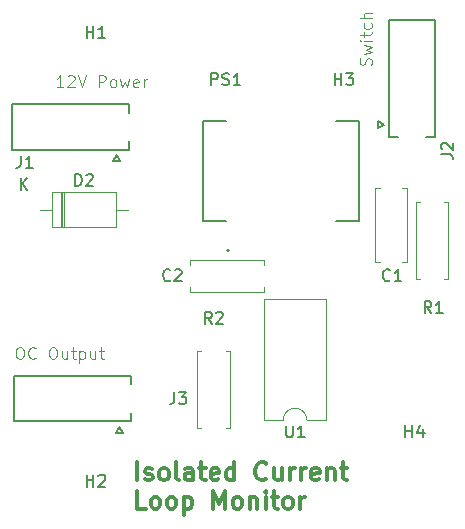
<source format=gto>
%TF.GenerationSoftware,KiCad,Pcbnew,8.0.0-8.0.0-1~ubuntu22.04.1*%
%TF.CreationDate,2024-03-16T22:32:17-06:00*%
%TF.ProjectId,Isolated_Current_Loop_Monitor,49736f6c-6174-4656-945f-43757272656e,rev?*%
%TF.SameCoordinates,Original*%
%TF.FileFunction,Legend,Top*%
%TF.FilePolarity,Positive*%
%FSLAX46Y46*%
G04 Gerber Fmt 4.6, Leading zero omitted, Abs format (unit mm)*
G04 Created by KiCad (PCBNEW 8.0.0-8.0.0-1~ubuntu22.04.1) date 2024-03-16 22:32:17*
%MOMM*%
%LPD*%
G01*
G04 APERTURE LIST*
%ADD10C,0.100000*%
%ADD11C,0.300000*%
%ADD12C,0.150000*%
%ADD13C,0.120000*%
%ADD14C,0.127000*%
%ADD15C,0.200000*%
G04 APERTURE END LIST*
D10*
X115494360Y-104634919D02*
X115684836Y-104634919D01*
X115684836Y-104634919D02*
X115780074Y-104682538D01*
X115780074Y-104682538D02*
X115875312Y-104777776D01*
X115875312Y-104777776D02*
X115922931Y-104968252D01*
X115922931Y-104968252D02*
X115922931Y-105301585D01*
X115922931Y-105301585D02*
X115875312Y-105492061D01*
X115875312Y-105492061D02*
X115780074Y-105587300D01*
X115780074Y-105587300D02*
X115684836Y-105634919D01*
X115684836Y-105634919D02*
X115494360Y-105634919D01*
X115494360Y-105634919D02*
X115399122Y-105587300D01*
X115399122Y-105587300D02*
X115303884Y-105492061D01*
X115303884Y-105492061D02*
X115256265Y-105301585D01*
X115256265Y-105301585D02*
X115256265Y-104968252D01*
X115256265Y-104968252D02*
X115303884Y-104777776D01*
X115303884Y-104777776D02*
X115399122Y-104682538D01*
X115399122Y-104682538D02*
X115494360Y-104634919D01*
X116922931Y-105539680D02*
X116875312Y-105587300D01*
X116875312Y-105587300D02*
X116732455Y-105634919D01*
X116732455Y-105634919D02*
X116637217Y-105634919D01*
X116637217Y-105634919D02*
X116494360Y-105587300D01*
X116494360Y-105587300D02*
X116399122Y-105492061D01*
X116399122Y-105492061D02*
X116351503Y-105396823D01*
X116351503Y-105396823D02*
X116303884Y-105206347D01*
X116303884Y-105206347D02*
X116303884Y-105063490D01*
X116303884Y-105063490D02*
X116351503Y-104873014D01*
X116351503Y-104873014D02*
X116399122Y-104777776D01*
X116399122Y-104777776D02*
X116494360Y-104682538D01*
X116494360Y-104682538D02*
X116637217Y-104634919D01*
X116637217Y-104634919D02*
X116732455Y-104634919D01*
X116732455Y-104634919D02*
X116875312Y-104682538D01*
X116875312Y-104682538D02*
X116922931Y-104730157D01*
X118303884Y-104634919D02*
X118494360Y-104634919D01*
X118494360Y-104634919D02*
X118589598Y-104682538D01*
X118589598Y-104682538D02*
X118684836Y-104777776D01*
X118684836Y-104777776D02*
X118732455Y-104968252D01*
X118732455Y-104968252D02*
X118732455Y-105301585D01*
X118732455Y-105301585D02*
X118684836Y-105492061D01*
X118684836Y-105492061D02*
X118589598Y-105587300D01*
X118589598Y-105587300D02*
X118494360Y-105634919D01*
X118494360Y-105634919D02*
X118303884Y-105634919D01*
X118303884Y-105634919D02*
X118208646Y-105587300D01*
X118208646Y-105587300D02*
X118113408Y-105492061D01*
X118113408Y-105492061D02*
X118065789Y-105301585D01*
X118065789Y-105301585D02*
X118065789Y-104968252D01*
X118065789Y-104968252D02*
X118113408Y-104777776D01*
X118113408Y-104777776D02*
X118208646Y-104682538D01*
X118208646Y-104682538D02*
X118303884Y-104634919D01*
X119589598Y-104968252D02*
X119589598Y-105634919D01*
X119161027Y-104968252D02*
X119161027Y-105492061D01*
X119161027Y-105492061D02*
X119208646Y-105587300D01*
X119208646Y-105587300D02*
X119303884Y-105634919D01*
X119303884Y-105634919D02*
X119446741Y-105634919D01*
X119446741Y-105634919D02*
X119541979Y-105587300D01*
X119541979Y-105587300D02*
X119589598Y-105539680D01*
X119922932Y-104968252D02*
X120303884Y-104968252D01*
X120065789Y-104634919D02*
X120065789Y-105492061D01*
X120065789Y-105492061D02*
X120113408Y-105587300D01*
X120113408Y-105587300D02*
X120208646Y-105634919D01*
X120208646Y-105634919D02*
X120303884Y-105634919D01*
X120637218Y-104968252D02*
X120637218Y-105968252D01*
X120637218Y-105015871D02*
X120732456Y-104968252D01*
X120732456Y-104968252D02*
X120922932Y-104968252D01*
X120922932Y-104968252D02*
X121018170Y-105015871D01*
X121018170Y-105015871D02*
X121065789Y-105063490D01*
X121065789Y-105063490D02*
X121113408Y-105158728D01*
X121113408Y-105158728D02*
X121113408Y-105444442D01*
X121113408Y-105444442D02*
X121065789Y-105539680D01*
X121065789Y-105539680D02*
X121018170Y-105587300D01*
X121018170Y-105587300D02*
X120922932Y-105634919D01*
X120922932Y-105634919D02*
X120732456Y-105634919D01*
X120732456Y-105634919D02*
X120637218Y-105587300D01*
X121970551Y-104968252D02*
X121970551Y-105634919D01*
X121541980Y-104968252D02*
X121541980Y-105492061D01*
X121541980Y-105492061D02*
X121589599Y-105587300D01*
X121589599Y-105587300D02*
X121684837Y-105634919D01*
X121684837Y-105634919D02*
X121827694Y-105634919D01*
X121827694Y-105634919D02*
X121922932Y-105587300D01*
X121922932Y-105587300D02*
X121970551Y-105539680D01*
X122303885Y-104968252D02*
X122684837Y-104968252D01*
X122446742Y-104634919D02*
X122446742Y-105492061D01*
X122446742Y-105492061D02*
X122494361Y-105587300D01*
X122494361Y-105587300D02*
X122589599Y-105634919D01*
X122589599Y-105634919D02*
X122684837Y-105634919D01*
X119270193Y-82634919D02*
X118698765Y-82634919D01*
X118984479Y-82634919D02*
X118984479Y-81634919D01*
X118984479Y-81634919D02*
X118889241Y-81777776D01*
X118889241Y-81777776D02*
X118794003Y-81873014D01*
X118794003Y-81873014D02*
X118698765Y-81920633D01*
X119651146Y-81730157D02*
X119698765Y-81682538D01*
X119698765Y-81682538D02*
X119794003Y-81634919D01*
X119794003Y-81634919D02*
X120032098Y-81634919D01*
X120032098Y-81634919D02*
X120127336Y-81682538D01*
X120127336Y-81682538D02*
X120174955Y-81730157D01*
X120174955Y-81730157D02*
X120222574Y-81825395D01*
X120222574Y-81825395D02*
X120222574Y-81920633D01*
X120222574Y-81920633D02*
X120174955Y-82063490D01*
X120174955Y-82063490D02*
X119603527Y-82634919D01*
X119603527Y-82634919D02*
X120222574Y-82634919D01*
X120508289Y-81634919D02*
X120841622Y-82634919D01*
X120841622Y-82634919D02*
X121174955Y-81634919D01*
X122270194Y-82634919D02*
X122270194Y-81634919D01*
X122270194Y-81634919D02*
X122651146Y-81634919D01*
X122651146Y-81634919D02*
X122746384Y-81682538D01*
X122746384Y-81682538D02*
X122794003Y-81730157D01*
X122794003Y-81730157D02*
X122841622Y-81825395D01*
X122841622Y-81825395D02*
X122841622Y-81968252D01*
X122841622Y-81968252D02*
X122794003Y-82063490D01*
X122794003Y-82063490D02*
X122746384Y-82111109D01*
X122746384Y-82111109D02*
X122651146Y-82158728D01*
X122651146Y-82158728D02*
X122270194Y-82158728D01*
X123413051Y-82634919D02*
X123317813Y-82587300D01*
X123317813Y-82587300D02*
X123270194Y-82539680D01*
X123270194Y-82539680D02*
X123222575Y-82444442D01*
X123222575Y-82444442D02*
X123222575Y-82158728D01*
X123222575Y-82158728D02*
X123270194Y-82063490D01*
X123270194Y-82063490D02*
X123317813Y-82015871D01*
X123317813Y-82015871D02*
X123413051Y-81968252D01*
X123413051Y-81968252D02*
X123555908Y-81968252D01*
X123555908Y-81968252D02*
X123651146Y-82015871D01*
X123651146Y-82015871D02*
X123698765Y-82063490D01*
X123698765Y-82063490D02*
X123746384Y-82158728D01*
X123746384Y-82158728D02*
X123746384Y-82444442D01*
X123746384Y-82444442D02*
X123698765Y-82539680D01*
X123698765Y-82539680D02*
X123651146Y-82587300D01*
X123651146Y-82587300D02*
X123555908Y-82634919D01*
X123555908Y-82634919D02*
X123413051Y-82634919D01*
X124079718Y-81968252D02*
X124270194Y-82634919D01*
X124270194Y-82634919D02*
X124460670Y-82158728D01*
X124460670Y-82158728D02*
X124651146Y-82634919D01*
X124651146Y-82634919D02*
X124841622Y-81968252D01*
X125603527Y-82587300D02*
X125508289Y-82634919D01*
X125508289Y-82634919D02*
X125317813Y-82634919D01*
X125317813Y-82634919D02*
X125222575Y-82587300D01*
X125222575Y-82587300D02*
X125174956Y-82492061D01*
X125174956Y-82492061D02*
X125174956Y-82111109D01*
X125174956Y-82111109D02*
X125222575Y-82015871D01*
X125222575Y-82015871D02*
X125317813Y-81968252D01*
X125317813Y-81968252D02*
X125508289Y-81968252D01*
X125508289Y-81968252D02*
X125603527Y-82015871D01*
X125603527Y-82015871D02*
X125651146Y-82111109D01*
X125651146Y-82111109D02*
X125651146Y-82206347D01*
X125651146Y-82206347D02*
X125174956Y-82301585D01*
X126079718Y-82634919D02*
X126079718Y-81968252D01*
X126079718Y-82158728D02*
X126127337Y-82063490D01*
X126127337Y-82063490D02*
X126174956Y-82015871D01*
X126174956Y-82015871D02*
X126270194Y-81968252D01*
X126270194Y-81968252D02*
X126365432Y-81968252D01*
D11*
X125539510Y-115910912D02*
X125539510Y-114410912D01*
X126182368Y-115839484D02*
X126325225Y-115910912D01*
X126325225Y-115910912D02*
X126610939Y-115910912D01*
X126610939Y-115910912D02*
X126753796Y-115839484D01*
X126753796Y-115839484D02*
X126825225Y-115696626D01*
X126825225Y-115696626D02*
X126825225Y-115625198D01*
X126825225Y-115625198D02*
X126753796Y-115482341D01*
X126753796Y-115482341D02*
X126610939Y-115410912D01*
X126610939Y-115410912D02*
X126396654Y-115410912D01*
X126396654Y-115410912D02*
X126253796Y-115339484D01*
X126253796Y-115339484D02*
X126182368Y-115196626D01*
X126182368Y-115196626D02*
X126182368Y-115125198D01*
X126182368Y-115125198D02*
X126253796Y-114982341D01*
X126253796Y-114982341D02*
X126396654Y-114910912D01*
X126396654Y-114910912D02*
X126610939Y-114910912D01*
X126610939Y-114910912D02*
X126753796Y-114982341D01*
X127682368Y-115910912D02*
X127539511Y-115839484D01*
X127539511Y-115839484D02*
X127468082Y-115768055D01*
X127468082Y-115768055D02*
X127396654Y-115625198D01*
X127396654Y-115625198D02*
X127396654Y-115196626D01*
X127396654Y-115196626D02*
X127468082Y-115053769D01*
X127468082Y-115053769D02*
X127539511Y-114982341D01*
X127539511Y-114982341D02*
X127682368Y-114910912D01*
X127682368Y-114910912D02*
X127896654Y-114910912D01*
X127896654Y-114910912D02*
X128039511Y-114982341D01*
X128039511Y-114982341D02*
X128110940Y-115053769D01*
X128110940Y-115053769D02*
X128182368Y-115196626D01*
X128182368Y-115196626D02*
X128182368Y-115625198D01*
X128182368Y-115625198D02*
X128110940Y-115768055D01*
X128110940Y-115768055D02*
X128039511Y-115839484D01*
X128039511Y-115839484D02*
X127896654Y-115910912D01*
X127896654Y-115910912D02*
X127682368Y-115910912D01*
X129039511Y-115910912D02*
X128896654Y-115839484D01*
X128896654Y-115839484D02*
X128825225Y-115696626D01*
X128825225Y-115696626D02*
X128825225Y-114410912D01*
X130253797Y-115910912D02*
X130253797Y-115125198D01*
X130253797Y-115125198D02*
X130182368Y-114982341D01*
X130182368Y-114982341D02*
X130039511Y-114910912D01*
X130039511Y-114910912D02*
X129753797Y-114910912D01*
X129753797Y-114910912D02*
X129610939Y-114982341D01*
X130253797Y-115839484D02*
X130110939Y-115910912D01*
X130110939Y-115910912D02*
X129753797Y-115910912D01*
X129753797Y-115910912D02*
X129610939Y-115839484D01*
X129610939Y-115839484D02*
X129539511Y-115696626D01*
X129539511Y-115696626D02*
X129539511Y-115553769D01*
X129539511Y-115553769D02*
X129610939Y-115410912D01*
X129610939Y-115410912D02*
X129753797Y-115339484D01*
X129753797Y-115339484D02*
X130110939Y-115339484D01*
X130110939Y-115339484D02*
X130253797Y-115268055D01*
X130753797Y-114910912D02*
X131325225Y-114910912D01*
X130968082Y-114410912D02*
X130968082Y-115696626D01*
X130968082Y-115696626D02*
X131039511Y-115839484D01*
X131039511Y-115839484D02*
X131182368Y-115910912D01*
X131182368Y-115910912D02*
X131325225Y-115910912D01*
X132396654Y-115839484D02*
X132253797Y-115910912D01*
X132253797Y-115910912D02*
X131968083Y-115910912D01*
X131968083Y-115910912D02*
X131825225Y-115839484D01*
X131825225Y-115839484D02*
X131753797Y-115696626D01*
X131753797Y-115696626D02*
X131753797Y-115125198D01*
X131753797Y-115125198D02*
X131825225Y-114982341D01*
X131825225Y-114982341D02*
X131968083Y-114910912D01*
X131968083Y-114910912D02*
X132253797Y-114910912D01*
X132253797Y-114910912D02*
X132396654Y-114982341D01*
X132396654Y-114982341D02*
X132468083Y-115125198D01*
X132468083Y-115125198D02*
X132468083Y-115268055D01*
X132468083Y-115268055D02*
X131753797Y-115410912D01*
X133753797Y-115910912D02*
X133753797Y-114410912D01*
X133753797Y-115839484D02*
X133610939Y-115910912D01*
X133610939Y-115910912D02*
X133325225Y-115910912D01*
X133325225Y-115910912D02*
X133182368Y-115839484D01*
X133182368Y-115839484D02*
X133110939Y-115768055D01*
X133110939Y-115768055D02*
X133039511Y-115625198D01*
X133039511Y-115625198D02*
X133039511Y-115196626D01*
X133039511Y-115196626D02*
X133110939Y-115053769D01*
X133110939Y-115053769D02*
X133182368Y-114982341D01*
X133182368Y-114982341D02*
X133325225Y-114910912D01*
X133325225Y-114910912D02*
X133610939Y-114910912D01*
X133610939Y-114910912D02*
X133753797Y-114982341D01*
X136468082Y-115768055D02*
X136396654Y-115839484D01*
X136396654Y-115839484D02*
X136182368Y-115910912D01*
X136182368Y-115910912D02*
X136039511Y-115910912D01*
X136039511Y-115910912D02*
X135825225Y-115839484D01*
X135825225Y-115839484D02*
X135682368Y-115696626D01*
X135682368Y-115696626D02*
X135610939Y-115553769D01*
X135610939Y-115553769D02*
X135539511Y-115268055D01*
X135539511Y-115268055D02*
X135539511Y-115053769D01*
X135539511Y-115053769D02*
X135610939Y-114768055D01*
X135610939Y-114768055D02*
X135682368Y-114625198D01*
X135682368Y-114625198D02*
X135825225Y-114482341D01*
X135825225Y-114482341D02*
X136039511Y-114410912D01*
X136039511Y-114410912D02*
X136182368Y-114410912D01*
X136182368Y-114410912D02*
X136396654Y-114482341D01*
X136396654Y-114482341D02*
X136468082Y-114553769D01*
X137753797Y-114910912D02*
X137753797Y-115910912D01*
X137110939Y-114910912D02*
X137110939Y-115696626D01*
X137110939Y-115696626D02*
X137182368Y-115839484D01*
X137182368Y-115839484D02*
X137325225Y-115910912D01*
X137325225Y-115910912D02*
X137539511Y-115910912D01*
X137539511Y-115910912D02*
X137682368Y-115839484D01*
X137682368Y-115839484D02*
X137753797Y-115768055D01*
X138468082Y-115910912D02*
X138468082Y-114910912D01*
X138468082Y-115196626D02*
X138539511Y-115053769D01*
X138539511Y-115053769D02*
X138610940Y-114982341D01*
X138610940Y-114982341D02*
X138753797Y-114910912D01*
X138753797Y-114910912D02*
X138896654Y-114910912D01*
X139396653Y-115910912D02*
X139396653Y-114910912D01*
X139396653Y-115196626D02*
X139468082Y-115053769D01*
X139468082Y-115053769D02*
X139539511Y-114982341D01*
X139539511Y-114982341D02*
X139682368Y-114910912D01*
X139682368Y-114910912D02*
X139825225Y-114910912D01*
X140896653Y-115839484D02*
X140753796Y-115910912D01*
X140753796Y-115910912D02*
X140468082Y-115910912D01*
X140468082Y-115910912D02*
X140325224Y-115839484D01*
X140325224Y-115839484D02*
X140253796Y-115696626D01*
X140253796Y-115696626D02*
X140253796Y-115125198D01*
X140253796Y-115125198D02*
X140325224Y-114982341D01*
X140325224Y-114982341D02*
X140468082Y-114910912D01*
X140468082Y-114910912D02*
X140753796Y-114910912D01*
X140753796Y-114910912D02*
X140896653Y-114982341D01*
X140896653Y-114982341D02*
X140968082Y-115125198D01*
X140968082Y-115125198D02*
X140968082Y-115268055D01*
X140968082Y-115268055D02*
X140253796Y-115410912D01*
X141610938Y-114910912D02*
X141610938Y-115910912D01*
X141610938Y-115053769D02*
X141682367Y-114982341D01*
X141682367Y-114982341D02*
X141825224Y-114910912D01*
X141825224Y-114910912D02*
X142039510Y-114910912D01*
X142039510Y-114910912D02*
X142182367Y-114982341D01*
X142182367Y-114982341D02*
X142253796Y-115125198D01*
X142253796Y-115125198D02*
X142253796Y-115910912D01*
X142753796Y-114910912D02*
X143325224Y-114910912D01*
X142968081Y-114410912D02*
X142968081Y-115696626D01*
X142968081Y-115696626D02*
X143039510Y-115839484D01*
X143039510Y-115839484D02*
X143182367Y-115910912D01*
X143182367Y-115910912D02*
X143325224Y-115910912D01*
X126253796Y-118325828D02*
X125539510Y-118325828D01*
X125539510Y-118325828D02*
X125539510Y-116825828D01*
X126968082Y-118325828D02*
X126825225Y-118254400D01*
X126825225Y-118254400D02*
X126753796Y-118182971D01*
X126753796Y-118182971D02*
X126682368Y-118040114D01*
X126682368Y-118040114D02*
X126682368Y-117611542D01*
X126682368Y-117611542D02*
X126753796Y-117468685D01*
X126753796Y-117468685D02*
X126825225Y-117397257D01*
X126825225Y-117397257D02*
X126968082Y-117325828D01*
X126968082Y-117325828D02*
X127182368Y-117325828D01*
X127182368Y-117325828D02*
X127325225Y-117397257D01*
X127325225Y-117397257D02*
X127396654Y-117468685D01*
X127396654Y-117468685D02*
X127468082Y-117611542D01*
X127468082Y-117611542D02*
X127468082Y-118040114D01*
X127468082Y-118040114D02*
X127396654Y-118182971D01*
X127396654Y-118182971D02*
X127325225Y-118254400D01*
X127325225Y-118254400D02*
X127182368Y-118325828D01*
X127182368Y-118325828D02*
X126968082Y-118325828D01*
X128325225Y-118325828D02*
X128182368Y-118254400D01*
X128182368Y-118254400D02*
X128110939Y-118182971D01*
X128110939Y-118182971D02*
X128039511Y-118040114D01*
X128039511Y-118040114D02*
X128039511Y-117611542D01*
X128039511Y-117611542D02*
X128110939Y-117468685D01*
X128110939Y-117468685D02*
X128182368Y-117397257D01*
X128182368Y-117397257D02*
X128325225Y-117325828D01*
X128325225Y-117325828D02*
X128539511Y-117325828D01*
X128539511Y-117325828D02*
X128682368Y-117397257D01*
X128682368Y-117397257D02*
X128753797Y-117468685D01*
X128753797Y-117468685D02*
X128825225Y-117611542D01*
X128825225Y-117611542D02*
X128825225Y-118040114D01*
X128825225Y-118040114D02*
X128753797Y-118182971D01*
X128753797Y-118182971D02*
X128682368Y-118254400D01*
X128682368Y-118254400D02*
X128539511Y-118325828D01*
X128539511Y-118325828D02*
X128325225Y-118325828D01*
X129468082Y-117325828D02*
X129468082Y-118825828D01*
X129468082Y-117397257D02*
X129610940Y-117325828D01*
X129610940Y-117325828D02*
X129896654Y-117325828D01*
X129896654Y-117325828D02*
X130039511Y-117397257D01*
X130039511Y-117397257D02*
X130110940Y-117468685D01*
X130110940Y-117468685D02*
X130182368Y-117611542D01*
X130182368Y-117611542D02*
X130182368Y-118040114D01*
X130182368Y-118040114D02*
X130110940Y-118182971D01*
X130110940Y-118182971D02*
X130039511Y-118254400D01*
X130039511Y-118254400D02*
X129896654Y-118325828D01*
X129896654Y-118325828D02*
X129610940Y-118325828D01*
X129610940Y-118325828D02*
X129468082Y-118254400D01*
X131968082Y-118325828D02*
X131968082Y-116825828D01*
X131968082Y-116825828D02*
X132468082Y-117897257D01*
X132468082Y-117897257D02*
X132968082Y-116825828D01*
X132968082Y-116825828D02*
X132968082Y-118325828D01*
X133896654Y-118325828D02*
X133753797Y-118254400D01*
X133753797Y-118254400D02*
X133682368Y-118182971D01*
X133682368Y-118182971D02*
X133610940Y-118040114D01*
X133610940Y-118040114D02*
X133610940Y-117611542D01*
X133610940Y-117611542D02*
X133682368Y-117468685D01*
X133682368Y-117468685D02*
X133753797Y-117397257D01*
X133753797Y-117397257D02*
X133896654Y-117325828D01*
X133896654Y-117325828D02*
X134110940Y-117325828D01*
X134110940Y-117325828D02*
X134253797Y-117397257D01*
X134253797Y-117397257D02*
X134325226Y-117468685D01*
X134325226Y-117468685D02*
X134396654Y-117611542D01*
X134396654Y-117611542D02*
X134396654Y-118040114D01*
X134396654Y-118040114D02*
X134325226Y-118182971D01*
X134325226Y-118182971D02*
X134253797Y-118254400D01*
X134253797Y-118254400D02*
X134110940Y-118325828D01*
X134110940Y-118325828D02*
X133896654Y-118325828D01*
X135039511Y-117325828D02*
X135039511Y-118325828D01*
X135039511Y-117468685D02*
X135110940Y-117397257D01*
X135110940Y-117397257D02*
X135253797Y-117325828D01*
X135253797Y-117325828D02*
X135468083Y-117325828D01*
X135468083Y-117325828D02*
X135610940Y-117397257D01*
X135610940Y-117397257D02*
X135682369Y-117540114D01*
X135682369Y-117540114D02*
X135682369Y-118325828D01*
X136396654Y-118325828D02*
X136396654Y-117325828D01*
X136396654Y-116825828D02*
X136325226Y-116897257D01*
X136325226Y-116897257D02*
X136396654Y-116968685D01*
X136396654Y-116968685D02*
X136468083Y-116897257D01*
X136468083Y-116897257D02*
X136396654Y-116825828D01*
X136396654Y-116825828D02*
X136396654Y-116968685D01*
X136896655Y-117325828D02*
X137468083Y-117325828D01*
X137110940Y-116825828D02*
X137110940Y-118111542D01*
X137110940Y-118111542D02*
X137182369Y-118254400D01*
X137182369Y-118254400D02*
X137325226Y-118325828D01*
X137325226Y-118325828D02*
X137468083Y-118325828D01*
X138182369Y-118325828D02*
X138039512Y-118254400D01*
X138039512Y-118254400D02*
X137968083Y-118182971D01*
X137968083Y-118182971D02*
X137896655Y-118040114D01*
X137896655Y-118040114D02*
X137896655Y-117611542D01*
X137896655Y-117611542D02*
X137968083Y-117468685D01*
X137968083Y-117468685D02*
X138039512Y-117397257D01*
X138039512Y-117397257D02*
X138182369Y-117325828D01*
X138182369Y-117325828D02*
X138396655Y-117325828D01*
X138396655Y-117325828D02*
X138539512Y-117397257D01*
X138539512Y-117397257D02*
X138610941Y-117468685D01*
X138610941Y-117468685D02*
X138682369Y-117611542D01*
X138682369Y-117611542D02*
X138682369Y-118040114D01*
X138682369Y-118040114D02*
X138610941Y-118182971D01*
X138610941Y-118182971D02*
X138539512Y-118254400D01*
X138539512Y-118254400D02*
X138396655Y-118325828D01*
X138396655Y-118325828D02*
X138182369Y-118325828D01*
X139325226Y-118325828D02*
X139325226Y-117325828D01*
X139325226Y-117611542D02*
X139396655Y-117468685D01*
X139396655Y-117468685D02*
X139468084Y-117397257D01*
X139468084Y-117397257D02*
X139610941Y-117325828D01*
X139610941Y-117325828D02*
X139753798Y-117325828D01*
D10*
X145324800Y-80743734D02*
X145372419Y-80600877D01*
X145372419Y-80600877D02*
X145372419Y-80362782D01*
X145372419Y-80362782D02*
X145324800Y-80267544D01*
X145324800Y-80267544D02*
X145277180Y-80219925D01*
X145277180Y-80219925D02*
X145181942Y-80172306D01*
X145181942Y-80172306D02*
X145086704Y-80172306D01*
X145086704Y-80172306D02*
X144991466Y-80219925D01*
X144991466Y-80219925D02*
X144943847Y-80267544D01*
X144943847Y-80267544D02*
X144896228Y-80362782D01*
X144896228Y-80362782D02*
X144848609Y-80553258D01*
X144848609Y-80553258D02*
X144800990Y-80648496D01*
X144800990Y-80648496D02*
X144753371Y-80696115D01*
X144753371Y-80696115D02*
X144658133Y-80743734D01*
X144658133Y-80743734D02*
X144562895Y-80743734D01*
X144562895Y-80743734D02*
X144467657Y-80696115D01*
X144467657Y-80696115D02*
X144420038Y-80648496D01*
X144420038Y-80648496D02*
X144372419Y-80553258D01*
X144372419Y-80553258D02*
X144372419Y-80315163D01*
X144372419Y-80315163D02*
X144420038Y-80172306D01*
X144705752Y-79838972D02*
X145372419Y-79648496D01*
X145372419Y-79648496D02*
X144896228Y-79458020D01*
X144896228Y-79458020D02*
X145372419Y-79267544D01*
X145372419Y-79267544D02*
X144705752Y-79077068D01*
X145372419Y-78696115D02*
X144705752Y-78696115D01*
X144372419Y-78696115D02*
X144420038Y-78743734D01*
X144420038Y-78743734D02*
X144467657Y-78696115D01*
X144467657Y-78696115D02*
X144420038Y-78648496D01*
X144420038Y-78648496D02*
X144372419Y-78696115D01*
X144372419Y-78696115D02*
X144467657Y-78696115D01*
X144705752Y-78362782D02*
X144705752Y-77981830D01*
X144372419Y-78219925D02*
X145229561Y-78219925D01*
X145229561Y-78219925D02*
X145324800Y-78172306D01*
X145324800Y-78172306D02*
X145372419Y-78077068D01*
X145372419Y-78077068D02*
X145372419Y-77981830D01*
X145324800Y-77219925D02*
X145372419Y-77315163D01*
X145372419Y-77315163D02*
X145372419Y-77505639D01*
X145372419Y-77505639D02*
X145324800Y-77600877D01*
X145324800Y-77600877D02*
X145277180Y-77648496D01*
X145277180Y-77648496D02*
X145181942Y-77696115D01*
X145181942Y-77696115D02*
X144896228Y-77696115D01*
X144896228Y-77696115D02*
X144800990Y-77648496D01*
X144800990Y-77648496D02*
X144753371Y-77600877D01*
X144753371Y-77600877D02*
X144705752Y-77505639D01*
X144705752Y-77505639D02*
X144705752Y-77315163D01*
X144705752Y-77315163D02*
X144753371Y-77219925D01*
X145372419Y-76791353D02*
X144372419Y-76791353D01*
X145372419Y-76362782D02*
X144848609Y-76362782D01*
X144848609Y-76362782D02*
X144753371Y-76410401D01*
X144753371Y-76410401D02*
X144705752Y-76505639D01*
X144705752Y-76505639D02*
X144705752Y-76648496D01*
X144705752Y-76648496D02*
X144753371Y-76743734D01*
X144753371Y-76743734D02*
X144800990Y-76791353D01*
D12*
X128333333Y-98959580D02*
X128285714Y-99007200D01*
X128285714Y-99007200D02*
X128142857Y-99054819D01*
X128142857Y-99054819D02*
X128047619Y-99054819D01*
X128047619Y-99054819D02*
X127904762Y-99007200D01*
X127904762Y-99007200D02*
X127809524Y-98911961D01*
X127809524Y-98911961D02*
X127761905Y-98816723D01*
X127761905Y-98816723D02*
X127714286Y-98626247D01*
X127714286Y-98626247D02*
X127714286Y-98483390D01*
X127714286Y-98483390D02*
X127761905Y-98292914D01*
X127761905Y-98292914D02*
X127809524Y-98197676D01*
X127809524Y-98197676D02*
X127904762Y-98102438D01*
X127904762Y-98102438D02*
X128047619Y-98054819D01*
X128047619Y-98054819D02*
X128142857Y-98054819D01*
X128142857Y-98054819D02*
X128285714Y-98102438D01*
X128285714Y-98102438D02*
X128333333Y-98150057D01*
X128714286Y-98150057D02*
X128761905Y-98102438D01*
X128761905Y-98102438D02*
X128857143Y-98054819D01*
X128857143Y-98054819D02*
X129095238Y-98054819D01*
X129095238Y-98054819D02*
X129190476Y-98102438D01*
X129190476Y-98102438D02*
X129238095Y-98150057D01*
X129238095Y-98150057D02*
X129285714Y-98245295D01*
X129285714Y-98245295D02*
X129285714Y-98340533D01*
X129285714Y-98340533D02*
X129238095Y-98483390D01*
X129238095Y-98483390D02*
X128666667Y-99054819D01*
X128666667Y-99054819D02*
X129285714Y-99054819D01*
X138128095Y-111284819D02*
X138128095Y-112094342D01*
X138128095Y-112094342D02*
X138175714Y-112189580D01*
X138175714Y-112189580D02*
X138223333Y-112237200D01*
X138223333Y-112237200D02*
X138318571Y-112284819D01*
X138318571Y-112284819D02*
X138509047Y-112284819D01*
X138509047Y-112284819D02*
X138604285Y-112237200D01*
X138604285Y-112237200D02*
X138651904Y-112189580D01*
X138651904Y-112189580D02*
X138699523Y-112094342D01*
X138699523Y-112094342D02*
X138699523Y-111284819D01*
X139699523Y-112284819D02*
X139128095Y-112284819D01*
X139413809Y-112284819D02*
X139413809Y-111284819D01*
X139413809Y-111284819D02*
X139318571Y-111427676D01*
X139318571Y-111427676D02*
X139223333Y-111522914D01*
X139223333Y-111522914D02*
X139128095Y-111570533D01*
X146933334Y-98959579D02*
X146885715Y-99007199D01*
X146885715Y-99007199D02*
X146742858Y-99054818D01*
X146742858Y-99054818D02*
X146647620Y-99054818D01*
X146647620Y-99054818D02*
X146504763Y-99007199D01*
X146504763Y-99007199D02*
X146409525Y-98911960D01*
X146409525Y-98911960D02*
X146361906Y-98816722D01*
X146361906Y-98816722D02*
X146314287Y-98626246D01*
X146314287Y-98626246D02*
X146314287Y-98483389D01*
X146314287Y-98483389D02*
X146361906Y-98292913D01*
X146361906Y-98292913D02*
X146409525Y-98197675D01*
X146409525Y-98197675D02*
X146504763Y-98102437D01*
X146504763Y-98102437D02*
X146647620Y-98054818D01*
X146647620Y-98054818D02*
X146742858Y-98054818D01*
X146742858Y-98054818D02*
X146885715Y-98102437D01*
X146885715Y-98102437D02*
X146933334Y-98150056D01*
X147885715Y-99054818D02*
X147314287Y-99054818D01*
X147600001Y-99054818D02*
X147600001Y-98054818D01*
X147600001Y-98054818D02*
X147504763Y-98197675D01*
X147504763Y-98197675D02*
X147409525Y-98292913D01*
X147409525Y-98292913D02*
X147314287Y-98340532D01*
X115666666Y-88454819D02*
X115666666Y-89169104D01*
X115666666Y-89169104D02*
X115619047Y-89311961D01*
X115619047Y-89311961D02*
X115523809Y-89407200D01*
X115523809Y-89407200D02*
X115380952Y-89454819D01*
X115380952Y-89454819D02*
X115285714Y-89454819D01*
X116666666Y-89454819D02*
X116095238Y-89454819D01*
X116380952Y-89454819D02*
X116380952Y-88454819D01*
X116380952Y-88454819D02*
X116285714Y-88597676D01*
X116285714Y-88597676D02*
X116190476Y-88692914D01*
X116190476Y-88692914D02*
X116095238Y-88740533D01*
X131785714Y-82454819D02*
X131785714Y-81454819D01*
X131785714Y-81454819D02*
X132166666Y-81454819D01*
X132166666Y-81454819D02*
X132261904Y-81502438D01*
X132261904Y-81502438D02*
X132309523Y-81550057D01*
X132309523Y-81550057D02*
X132357142Y-81645295D01*
X132357142Y-81645295D02*
X132357142Y-81788152D01*
X132357142Y-81788152D02*
X132309523Y-81883390D01*
X132309523Y-81883390D02*
X132261904Y-81931009D01*
X132261904Y-81931009D02*
X132166666Y-81978628D01*
X132166666Y-81978628D02*
X131785714Y-81978628D01*
X132738095Y-82407200D02*
X132880952Y-82454819D01*
X132880952Y-82454819D02*
X133119047Y-82454819D01*
X133119047Y-82454819D02*
X133214285Y-82407200D01*
X133214285Y-82407200D02*
X133261904Y-82359580D01*
X133261904Y-82359580D02*
X133309523Y-82264342D01*
X133309523Y-82264342D02*
X133309523Y-82169104D01*
X133309523Y-82169104D02*
X133261904Y-82073866D01*
X133261904Y-82073866D02*
X133214285Y-82026247D01*
X133214285Y-82026247D02*
X133119047Y-81978628D01*
X133119047Y-81978628D02*
X132928571Y-81931009D01*
X132928571Y-81931009D02*
X132833333Y-81883390D01*
X132833333Y-81883390D02*
X132785714Y-81835771D01*
X132785714Y-81835771D02*
X132738095Y-81740533D01*
X132738095Y-81740533D02*
X132738095Y-81645295D01*
X132738095Y-81645295D02*
X132785714Y-81550057D01*
X132785714Y-81550057D02*
X132833333Y-81502438D01*
X132833333Y-81502438D02*
X132928571Y-81454819D01*
X132928571Y-81454819D02*
X133166666Y-81454819D01*
X133166666Y-81454819D02*
X133309523Y-81502438D01*
X134261904Y-82454819D02*
X133690476Y-82454819D01*
X133976190Y-82454819D02*
X133976190Y-81454819D01*
X133976190Y-81454819D02*
X133880952Y-81597676D01*
X133880952Y-81597676D02*
X133785714Y-81692914D01*
X133785714Y-81692914D02*
X133690476Y-81740533D01*
X128666666Y-108454819D02*
X128666666Y-109169104D01*
X128666666Y-109169104D02*
X128619047Y-109311961D01*
X128619047Y-109311961D02*
X128523809Y-109407200D01*
X128523809Y-109407200D02*
X128380952Y-109454819D01*
X128380952Y-109454819D02*
X128285714Y-109454819D01*
X129047619Y-108454819D02*
X129666666Y-108454819D01*
X129666666Y-108454819D02*
X129333333Y-108835771D01*
X129333333Y-108835771D02*
X129476190Y-108835771D01*
X129476190Y-108835771D02*
X129571428Y-108883390D01*
X129571428Y-108883390D02*
X129619047Y-108931009D01*
X129619047Y-108931009D02*
X129666666Y-109026247D01*
X129666666Y-109026247D02*
X129666666Y-109264342D01*
X129666666Y-109264342D02*
X129619047Y-109359580D01*
X129619047Y-109359580D02*
X129571428Y-109407200D01*
X129571428Y-109407200D02*
X129476190Y-109454819D01*
X129476190Y-109454819D02*
X129190476Y-109454819D01*
X129190476Y-109454819D02*
X129095238Y-109407200D01*
X129095238Y-109407200D02*
X129047619Y-109359580D01*
X148238095Y-112254819D02*
X148238095Y-111254819D01*
X148238095Y-111731009D02*
X148809523Y-111731009D01*
X148809523Y-112254819D02*
X148809523Y-111254819D01*
X149714285Y-111588152D02*
X149714285Y-112254819D01*
X149476190Y-111207200D02*
X149238095Y-111921485D01*
X149238095Y-111921485D02*
X149857142Y-111921485D01*
X142238095Y-82454819D02*
X142238095Y-81454819D01*
X142238095Y-81931009D02*
X142809523Y-81931009D01*
X142809523Y-82454819D02*
X142809523Y-81454819D01*
X143190476Y-81454819D02*
X143809523Y-81454819D01*
X143809523Y-81454819D02*
X143476190Y-81835771D01*
X143476190Y-81835771D02*
X143619047Y-81835771D01*
X143619047Y-81835771D02*
X143714285Y-81883390D01*
X143714285Y-81883390D02*
X143761904Y-81931009D01*
X143761904Y-81931009D02*
X143809523Y-82026247D01*
X143809523Y-82026247D02*
X143809523Y-82264342D01*
X143809523Y-82264342D02*
X143761904Y-82359580D01*
X143761904Y-82359580D02*
X143714285Y-82407200D01*
X143714285Y-82407200D02*
X143619047Y-82454819D01*
X143619047Y-82454819D02*
X143333333Y-82454819D01*
X143333333Y-82454819D02*
X143238095Y-82407200D01*
X143238095Y-82407200D02*
X143190476Y-82359580D01*
X120261905Y-90984819D02*
X120261905Y-89984819D01*
X120261905Y-89984819D02*
X120500000Y-89984819D01*
X120500000Y-89984819D02*
X120642857Y-90032438D01*
X120642857Y-90032438D02*
X120738095Y-90127676D01*
X120738095Y-90127676D02*
X120785714Y-90222914D01*
X120785714Y-90222914D02*
X120833333Y-90413390D01*
X120833333Y-90413390D02*
X120833333Y-90556247D01*
X120833333Y-90556247D02*
X120785714Y-90746723D01*
X120785714Y-90746723D02*
X120738095Y-90841961D01*
X120738095Y-90841961D02*
X120642857Y-90937200D01*
X120642857Y-90937200D02*
X120500000Y-90984819D01*
X120500000Y-90984819D02*
X120261905Y-90984819D01*
X121214286Y-90080057D02*
X121261905Y-90032438D01*
X121261905Y-90032438D02*
X121357143Y-89984819D01*
X121357143Y-89984819D02*
X121595238Y-89984819D01*
X121595238Y-89984819D02*
X121690476Y-90032438D01*
X121690476Y-90032438D02*
X121738095Y-90080057D01*
X121738095Y-90080057D02*
X121785714Y-90175295D01*
X121785714Y-90175295D02*
X121785714Y-90270533D01*
X121785714Y-90270533D02*
X121738095Y-90413390D01*
X121738095Y-90413390D02*
X121166667Y-90984819D01*
X121166667Y-90984819D02*
X121785714Y-90984819D01*
X115658095Y-91354819D02*
X115658095Y-90354819D01*
X116229523Y-91354819D02*
X115800952Y-90783390D01*
X116229523Y-90354819D02*
X115658095Y-90926247D01*
X151264819Y-88333333D02*
X151979104Y-88333333D01*
X151979104Y-88333333D02*
X152121961Y-88380952D01*
X152121961Y-88380952D02*
X152217200Y-88476190D01*
X152217200Y-88476190D02*
X152264819Y-88619047D01*
X152264819Y-88619047D02*
X152264819Y-88714285D01*
X151360057Y-87904761D02*
X151312438Y-87857142D01*
X151312438Y-87857142D02*
X151264819Y-87761904D01*
X151264819Y-87761904D02*
X151264819Y-87523809D01*
X151264819Y-87523809D02*
X151312438Y-87428571D01*
X151312438Y-87428571D02*
X151360057Y-87380952D01*
X151360057Y-87380952D02*
X151455295Y-87333333D01*
X151455295Y-87333333D02*
X151550533Y-87333333D01*
X151550533Y-87333333D02*
X151693390Y-87380952D01*
X151693390Y-87380952D02*
X152264819Y-87952380D01*
X152264819Y-87952380D02*
X152264819Y-87333333D01*
X121238095Y-116454819D02*
X121238095Y-115454819D01*
X121238095Y-115931009D02*
X121809523Y-115931009D01*
X121809523Y-116454819D02*
X121809523Y-115454819D01*
X122238095Y-115550057D02*
X122285714Y-115502438D01*
X122285714Y-115502438D02*
X122380952Y-115454819D01*
X122380952Y-115454819D02*
X122619047Y-115454819D01*
X122619047Y-115454819D02*
X122714285Y-115502438D01*
X122714285Y-115502438D02*
X122761904Y-115550057D01*
X122761904Y-115550057D02*
X122809523Y-115645295D01*
X122809523Y-115645295D02*
X122809523Y-115740533D01*
X122809523Y-115740533D02*
X122761904Y-115883390D01*
X122761904Y-115883390D02*
X122190476Y-116454819D01*
X122190476Y-116454819D02*
X122809523Y-116454819D01*
X131833333Y-102664819D02*
X131500000Y-102188628D01*
X131261905Y-102664819D02*
X131261905Y-101664819D01*
X131261905Y-101664819D02*
X131642857Y-101664819D01*
X131642857Y-101664819D02*
X131738095Y-101712438D01*
X131738095Y-101712438D02*
X131785714Y-101760057D01*
X131785714Y-101760057D02*
X131833333Y-101855295D01*
X131833333Y-101855295D02*
X131833333Y-101998152D01*
X131833333Y-101998152D02*
X131785714Y-102093390D01*
X131785714Y-102093390D02*
X131738095Y-102141009D01*
X131738095Y-102141009D02*
X131642857Y-102188628D01*
X131642857Y-102188628D02*
X131261905Y-102188628D01*
X132214286Y-101760057D02*
X132261905Y-101712438D01*
X132261905Y-101712438D02*
X132357143Y-101664819D01*
X132357143Y-101664819D02*
X132595238Y-101664819D01*
X132595238Y-101664819D02*
X132690476Y-101712438D01*
X132690476Y-101712438D02*
X132738095Y-101760057D01*
X132738095Y-101760057D02*
X132785714Y-101855295D01*
X132785714Y-101855295D02*
X132785714Y-101950533D01*
X132785714Y-101950533D02*
X132738095Y-102093390D01*
X132738095Y-102093390D02*
X132166667Y-102664819D01*
X132166667Y-102664819D02*
X132785714Y-102664819D01*
X121238095Y-78454819D02*
X121238095Y-77454819D01*
X121238095Y-77931009D02*
X121809523Y-77931009D01*
X121809523Y-78454819D02*
X121809523Y-77454819D01*
X122809523Y-78454819D02*
X122238095Y-78454819D01*
X122523809Y-78454819D02*
X122523809Y-77454819D01*
X122523809Y-77454819D02*
X122428571Y-77597676D01*
X122428571Y-77597676D02*
X122333333Y-77692914D01*
X122333333Y-77692914D02*
X122238095Y-77740533D01*
X150433334Y-101754818D02*
X150100001Y-101278627D01*
X149861906Y-101754818D02*
X149861906Y-100754818D01*
X149861906Y-100754818D02*
X150242858Y-100754818D01*
X150242858Y-100754818D02*
X150338096Y-100802437D01*
X150338096Y-100802437D02*
X150385715Y-100850056D01*
X150385715Y-100850056D02*
X150433334Y-100945294D01*
X150433334Y-100945294D02*
X150433334Y-101088151D01*
X150433334Y-101088151D02*
X150385715Y-101183389D01*
X150385715Y-101183389D02*
X150338096Y-101231008D01*
X150338096Y-101231008D02*
X150242858Y-101278627D01*
X150242858Y-101278627D02*
X149861906Y-101278627D01*
X151385715Y-101754818D02*
X150814287Y-101754818D01*
X151100001Y-101754818D02*
X151100001Y-100754818D01*
X151100001Y-100754818D02*
X151004763Y-100897675D01*
X151004763Y-100897675D02*
X150909525Y-100992913D01*
X150909525Y-100992913D02*
X150814287Y-101040532D01*
D13*
%TO.C,C2*%
X129980000Y-97675000D02*
X129980000Y-97230000D01*
X129980000Y-99970000D02*
X129980000Y-99525000D01*
X136220000Y-97230000D02*
X129980000Y-97230000D01*
X136220000Y-97675000D02*
X136220000Y-97230000D01*
X136220000Y-99970000D02*
X129980000Y-99970000D01*
X136220000Y-99970000D02*
X136220000Y-99525000D01*
%TO.C,U1*%
X136240000Y-100550000D02*
X136240000Y-110830000D01*
X136240000Y-110830000D02*
X137890000Y-110830000D01*
X139890000Y-110830000D02*
X141540000Y-110830000D01*
X141540000Y-100550000D02*
X136240000Y-100550000D01*
X141540000Y-110830000D02*
X141540000Y-100550000D01*
X137890000Y-110830000D02*
G75*
G02*
X139890000Y-110830000I1000000J0D01*
G01*
%TO.C,C1*%
X145630000Y-91180000D02*
X145630000Y-97420000D01*
X146075000Y-91180000D02*
X145630000Y-91180000D01*
X146075000Y-97420000D02*
X145630000Y-97420000D01*
X148370000Y-91180000D02*
X147925000Y-91180000D01*
X148370000Y-91180000D02*
X148370000Y-97420000D01*
X148370000Y-97420000D02*
X147925000Y-97420000D01*
D14*
%TO.C,J1*%
X114910000Y-84075000D02*
X124820000Y-84075000D01*
X114910000Y-87925000D02*
X114910000Y-84075000D01*
X123510000Y-88900000D02*
X124110000Y-88900000D01*
X123810000Y-88400000D02*
X123510000Y-88900000D01*
X124110000Y-88900000D02*
X123810000Y-88400000D01*
X124820000Y-84075000D02*
X124820000Y-84800000D01*
X124820000Y-87925000D02*
X114910000Y-87925000D01*
X124820000Y-87925000D02*
X124820000Y-87200000D01*
%TO.C,PS1*%
X131112500Y-85462500D02*
X131112500Y-93962500D01*
X131112500Y-93962500D02*
X133072500Y-93962500D01*
X133072500Y-85462500D02*
X131112500Y-85462500D01*
X142352500Y-85462500D02*
X144312500Y-85462500D01*
X144312500Y-85462500D02*
X144312500Y-93962500D01*
X144312500Y-93962500D02*
X142352500Y-93962500D01*
D15*
X133312500Y-96462500D02*
G75*
G02*
X133112500Y-96462500I-100000J0D01*
G01*
X133112500Y-96462500D02*
G75*
G02*
X133312500Y-96462500I100000J0D01*
G01*
D14*
%TO.C,J3*%
X115100000Y-107075000D02*
X125010000Y-107075000D01*
X115100000Y-110925000D02*
X115100000Y-107075000D01*
X123700000Y-111900000D02*
X124300000Y-111900000D01*
X124000000Y-111400000D02*
X123700000Y-111900000D01*
X124300000Y-111900000D02*
X124000000Y-111400000D01*
X125010000Y-107075000D02*
X125010000Y-107800000D01*
X125010000Y-110925000D02*
X115100000Y-110925000D01*
X125010000Y-110925000D02*
X125010000Y-110200000D01*
D13*
%TO.C,D2*%
X117260000Y-93000000D02*
X118280000Y-93000000D01*
X118280000Y-91530000D02*
X118280000Y-94470000D01*
X118280000Y-94470000D02*
X123720000Y-94470000D01*
X119060000Y-91530000D02*
X119060000Y-94470000D01*
X119180000Y-91530000D02*
X119180000Y-94470000D01*
X119300000Y-91530000D02*
X119300000Y-94470000D01*
X123720000Y-91530000D02*
X118280000Y-91530000D01*
X123720000Y-94470000D02*
X123720000Y-91530000D01*
X124740000Y-93000000D02*
X123720000Y-93000000D01*
D14*
%TO.C,J2*%
X145910000Y-85510000D02*
X145910000Y-86110000D01*
X145910000Y-86110000D02*
X146410000Y-85810000D01*
X146410000Y-85810000D02*
X145910000Y-85510000D01*
X146885000Y-76910000D02*
X150735000Y-76910000D01*
X146885000Y-86820000D02*
X146885000Y-76910000D01*
X146885000Y-86820000D02*
X147610000Y-86820000D01*
X150735000Y-76910000D02*
X150735000Y-86820000D01*
X150735000Y-86820000D02*
X150010000Y-86820000D01*
D13*
%TO.C,R2*%
X130630000Y-104940000D02*
X130960000Y-104940000D01*
X130630000Y-111480000D02*
X130630000Y-104940000D01*
X130960000Y-111480000D02*
X130630000Y-111480000D01*
X133040000Y-111480000D02*
X133370000Y-111480000D01*
X133370000Y-104940000D02*
X133040000Y-104940000D01*
X133370000Y-111480000D02*
X133370000Y-104940000D01*
%TO.C,R1*%
X149130000Y-92330000D02*
X149130000Y-98870000D01*
X149130000Y-98870000D02*
X149460000Y-98870000D01*
X149460000Y-92330000D02*
X149130000Y-92330000D01*
X151540000Y-92330000D02*
X151870000Y-92330000D01*
X151870000Y-92330000D02*
X151870000Y-98870000D01*
X151870000Y-98870000D02*
X151540000Y-98870000D01*
%TD*%
M02*

</source>
